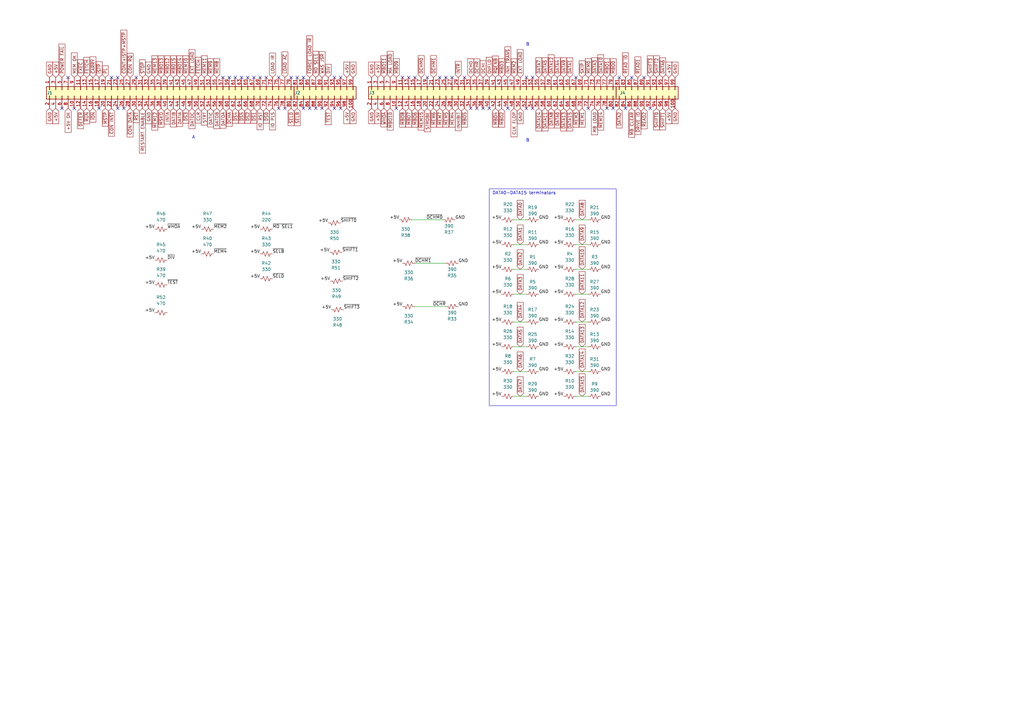
<source format=kicad_sch>
(kicad_sch (version 20230121) (generator eeschema)
  (paper "A3")
  (lib_symbols
    (symbol "Connector_Generic:Conn_02x40_Odd_Even" (pin_names (offset 1.016) hide)
      (property "Reference" "J" (at 1.27 50.8 0))
      (property "Value" "Conn_02x40_Odd_Even" (at 1.27 -53.34 0))
      (symbol "Conn_02x40_Odd_Even_1_1"
        (pin passive line (at -5.08 48.26 0) (length 3.81) (name "Pin_1") (number "1"))
        (pin passive line (at 7.62 38.1 180) (length 3.81) (name "Pin_10") (number "10"))
        (pin passive line (at -5.08 35.56 0) (length 3.81) (name "Pin_11") (number "11"))
        (pin passive line (at 7.62 35.56 180) (length 3.81) (name "Pin_12") (number "12"))
        (pin passive line (at -5.08 33.02 0) (length 3.81) (name "Pin_13") (number "13"))
        (pin passive line (at 7.62 33.02 180) (length 3.81) (name "Pin_14") (number "14"))
        (pin passive line (at -5.08 30.48 0) (length 3.81) (name "Pin_15") (number "15"))
        (pin passive line (at 7.62 30.48 180) (length 3.81) (name "Pin_16") (number "16"))
        (pin passive line (at -5.08 27.94 0) (length 3.81) (name "Pin_17") (number "17"))
        (pin passive line (at 7.62 27.94 180) (length 3.81) (name "Pin_18") (number "18"))
        (pin passive line (at -5.08 25.4 0) (length 3.81) (name "Pin_19") (number "19"))
        (pin passive line (at 7.62 48.26 180) (length 3.81) (name "Pin_2") (number "2"))
        (pin passive line (at 7.62 25.4 180) (length 3.81) (name "Pin_20") (number "20"))
        (pin passive line (at -5.08 22.86 0) (length 3.81) (name "Pin_21") (number "21"))
        (pin passive line (at 7.62 22.86 180) (length 3.81) (name "Pin_22") (number "22"))
        (pin passive line (at -5.08 20.32 0) (length 3.81) (name "Pin_23") (number "23"))
        (pin passive line (at 7.62 20.32 180) (length 3.81) (name "Pin_24") (number "24"))
        (pin passive line (at -5.08 17.78 0) (length 3.81) (name "Pin_25") (number "25"))
        (pin passive line (at 7.62 17.78 180) (length 3.81) (name "Pin_26") (number "26"))
        (pin passive line (at -5.08 15.24 0) (length 3.81) (name "Pin_27") (number "27"))
        (pin passive line (at 7.62 15.24 180) (length 3.81) (name "Pin_28") (number "28"))
        (pin passive line (at -5.08 12.7 0) (length 3.81) (name "Pin_29") (number "29"))
        (pin passive line (at -5.08 45.72 0) (length 3.81) (name "Pin_3") (number "3"))
        (pin passive line (at 7.62 12.7 180) (length 3.81) (name "Pin_30") (number "30"))
        (pin passive line (at -5.08 10.16 0) (length 3.81) (name "Pin_31") (number "31"))
        (pin passive line (at 7.62 10.16 180) (length 3.81) (name "Pin_32") (number "32"))
        (pin passive line (at -5.08 7.62 0) (length 3.81) (name "Pin_33") (number "33"))
        (pin passive line (at 7.62 7.62 180) (length 3.81) (name "Pin_34") (number "34"))
        (pin passive line (at -5.08 5.08 0) (length 3.81) (name "Pin_35") (number "35"))
        (pin passive line (at 7.62 5.08 180) (length 3.81) (name "Pin_36") (number "36"))
        (pin passive line (at -5.08 2.54 0) (length 3.81) (name "Pin_37") (number "37"))
        (pin passive line (at 7.62 2.54 180) (length 3.81) (name "Pin_38") (number "38"))
        (pin passive line (at -5.08 0 0) (length 3.81) (name "Pin_39") (number "39"))
        (pin passive line (at 7.62 45.72 180) (length 3.81) (name "Pin_4") (number "4"))
        (pin passive line (at 7.62 0 180) (length 3.81) (name "Pin_40") (number "40"))
        (pin passive line (at -5.08 -2.54 0) (length 3.81) (name "Pin_41") (number "41"))
        (pin passive line (at 7.62 -2.54 180) (length 3.81) (name "Pin_42") (number "42"))
        (pin passive line (at -5.08 -5.08 0) (length 3.81) (name "Pin_43") (number "43"))
        (pin passive line (at 7.62 -5.08 180) (length 3.81) (name "Pin_44") (number "44"))
        (pin passive line (at -5.08 -7.62 0) (length 3.81) (name "Pin_45") (number "45"))
        (pin passive line (at 7.62 -7.62 180) (length 3.81) (name "Pin_46") (number "46"))
        (pin passive line (at -5.08 -10.16 0) (length 3.81) (name "Pin_47") (number "47"))
        (pin passive line (at 7.62 -10.16 180) (length 3.81) (name "Pin_48") (number "48"))
        (pin passive line (at -5.08 -12.7 0) (length 3.81) (name "Pin_49") (number "49"))
        (pin passive line (at -5.08 43.18 0) (length 3.81) (name "Pin_5") (number "5"))
        (pin passive line (at 7.62 -12.7 180) (length 3.81) (name "Pin_50") (number "50"))
        (pin passive line (at -5.08 -15.24 0) (length 3.81) (name "Pin_51") (number "51"))
        (pin passive line (at 7.62 -15.24 180) (length 3.81) (name "Pin_52") (number "52"))
        (pin passive line (at -5.08 -17.78 0) (length 3.81) (name "Pin_53") (number "53"))
        (pin passive line (at 7.62 -17.78 180) (length 3.81) (name "Pin_54") (number "54"))
        (pin passive line (at -5.08 -20.32 0) (length 3.81) (name "Pin_55") (number "55"))
        (pin passive line (at 7.62 -20.32 180) (length 3.81) (name "Pin_56") (number "56"))
        (pin passive line (at -5.08 -22.86 0) (length 3.81) (name "Pin_57") (number "57"))
        (pin passive line (at 7.62 -22.86 180) (length 3.81) (name "Pin_58") (number "58"))
        (pin passive line (at -5.08 -25.4 0) (length 3.81) (name "Pin_59") (number "59"))
        (pin passive line (at 7.62 43.18 180) (length 3.81) (name "Pin_6") (number "6"))
        (pin passive line (at 7.62 -25.4 180) (length 3.81) (name "Pin_60") (number "60"))
        (pin passive line (at -5.08 -27.94 0) (length 3.81) (name "Pin_61") (number "61"))
        (pin passive line (at 7.62 -27.94 180) (length 3.81) (name "Pin_62") (number "62"))
        (pin passive line (at -5.08 -30.48 0) (length 3.81) (name "Pin_63") (number "63"))
        (pin passive line (at 7.62 -30.48 180) (length 3.81) (name "Pin_64") (number "64"))
        (pin passive line (at -5.08 -33.02 0) (length 3.81) (name "Pin_65") (number "65"))
        (pin passive line (at 7.62 -33.02 180) (length 3.81) (name "Pin_66") (number "66"))
        (pin passive line (at -5.08 -35.56 0) (length 3.81) (name "Pin_67") (number "67"))
        (pin passive line (at 7.62 -35.56 180) (length 3.81) (name "Pin_68") (number "68"))
        (pin passive line (at -5.08 -38.1 0) (length 3.81) (name "Pin_69") (number "69"))
        (pin passive line (at -5.08 40.64 0) (length 3.81) (name "Pin_7") (number "7"))
        (pin passive line (at 7.62 -38.1 180) (length 3.81) (name "Pin_70") (number "70"))
        (pin passive line (at -5.08 -40.64 0) (length 3.81) (name "Pin_71") (number "71"))
        (pin passive line (at 7.62 -40.64 180) (length 3.81) (name "Pin_72") (number "72"))
        (pin passive line (at -5.08 -43.18 0) (length 3.81) (name "Pin_73") (number "73"))
        (pin passive line (at 7.62 -43.18 180) (length 3.81) (name "Pin_74") (number "74"))
        (pin passive line (at -5.08 -45.72 0) (length 3.81) (name "Pin_75") (number "75"))
        (pin passive line (at 7.62 -45.72 180) (length 3.81) (name "Pin_76") (number "76"))
        (pin passive line (at -5.08 -48.26 0) (length 3.81) (name "Pin_77") (number "77"))
        (pin passive line (at 7.62 -48.26 180) (length 3.81) (name "Pin_78") (number "78"))
        (pin passive line (at -5.08 -50.8 0) (length 3.81) (name "Pin_79") (number "79"))
        (pin passive line (at 7.62 40.64 180) (length 3.81) (name "Pin_8") (number "8"))
        (pin passive line (at 7.62 -50.8 180) (length 3.81) (name "Pin_80") (number "80"))
        (pin passive line (at -5.08 38.1 0) (length 3.81) (name "Pin_9") (number "9"))
      )
    )
    (symbol "Device:R_Small_US" (pin_numbers hide) (pin_names (offset 0.254) hide)
      (property "Reference" "R" (at 0.762 0.508 0))
      (property "Value" "R_Small_US" (at 0.762 -1.016 0))
      (symbol "R_Small_US_1_1"
        (pin passive line (at 0 2.54 270) (length 1.016) (name "~") (number "1"))
        (pin passive line (at 0 -2.54 90) (length 1.016) (name "~") (number "2"))
      )
    )
    (symbol "ForgottenMachines:DG_Nova_Card-Edge_81-100" (pin_names (offset 1.016) hide)
      (property "Reference" "J" (at 1.27 12.7 0))
      (property "Value" "DG Nova Card-Edge 81-100" (at 0 -21.59 0))
      (symbol "DG_Nova_Card-Edge_81-100_1_1"
        (pin passive line (at -5.08 -12.7 0) (length 3.81) (name "Pin_19") (number "100"))
        (pin passive line (at 7.62 10.16 180) (length 3.81) (name "Pin_2") (number "81"))
        (pin passive line (at -5.08 10.16 0) (length 3.81) (name "Pin_1") (number "82"))
        (pin passive line (at 7.62 7.62 180) (length 3.81) (name "Pin_4") (number "83"))
        (pin passive line (at -5.08 7.62 0) (length 3.81) (name "Pin_3") (number "84"))
        (pin passive line (at 7.62 5.08 180) (length 3.81) (name "Pin_6") (number "85"))
        (pin passive line (at -5.08 5.08 0) (length 3.81) (name "Pin_5") (number "86"))
        (pin passive line (at 7.62 2.54 180) (length 3.81) (name "Pin_8") (number "87"))
        (pin passive line (at -5.08 2.54 0) (length 3.81) (name "Pin_7") (number "88"))
        (pin passive line (at 7.62 0 180) (length 3.81) (name "Pin_10") (number "89"))
        (pin passive line (at -5.08 0 0) (length 3.81) (name "Pin_9") (number "90"))
        (pin passive line (at 7.62 -2.54 180) (length 3.81) (name "Pin_12") (number "91"))
        (pin passive line (at -5.08 -2.54 0) (length 3.81) (name "Pin_11") (number "92"))
        (pin passive line (at 7.62 -5.08 180) (length 3.81) (name "Pin_14") (number "93"))
        (pin passive line (at -5.08 -5.08 0) (length 3.81) (name "Pin_13") (number "94"))
        (pin passive line (at 7.62 -7.62 180) (length 3.81) (name "Pin_16") (number "95"))
        (pin passive line (at -5.08 -7.62 0) (length 3.81) (name "Pin_15") (number "96"))
        (pin passive line (at 7.62 -10.16 180) (length 3.81) (name "Pin_18") (number "97"))
        (pin passive line (at -5.08 -10.16 0) (length 3.81) (name "Pin_17") (number "98"))
        (pin passive line (at 7.62 -12.7 180) (length 3.81) (name "Pin_20") (number "99"))
      )
    )
  )
  (no_connect (at 175.26 31.75))
  (no_connect (at 200.66 44.45))
  (no_connect (at 124.46 31.75))
  (no_connect (at 264.16 31.75))
  (no_connect (at 104.14 31.75))
  (no_connect (at 236.22 31.75))
  (no_connect (at 114.3 31.75))
  (no_connect (at 27.94 31.75))
  (no_connect (at 254 31.75))
  (no_connect (at 193.04 44.45))
  (no_connect (at 139.7 44.45))
  (no_connect (at 259.08 31.75))
  (no_connect (at 195.58 44.45))
  (no_connect (at 198.12 44.45))
  (no_connect (at 218.44 44.45))
  (no_connect (at 137.16 31.75))
  (no_connect (at 266.7 44.45))
  (no_connect (at 127 44.45))
  (no_connect (at 185.42 31.75))
  (no_connect (at 121.92 31.75))
  (no_connect (at 182.88 31.75))
  (no_connect (at 48.26 31.75))
  (no_connect (at 96.52 31.75))
  (no_connect (at 248.92 44.45))
  (no_connect (at 55.88 31.75))
  (no_connect (at 170.18 31.75))
  (no_connect (at 190.5 31.75))
  (no_connect (at 109.22 31.75))
  (no_connect (at 99.06 31.75))
  (no_connect (at 162.56 44.45))
  (no_connect (at 101.6 31.75))
  (no_connect (at 215.9 31.75))
  (no_connect (at 137.16 44.45))
  (no_connect (at 129.54 44.45))
  (no_connect (at 124.46 44.45))
  (no_connect (at 25.4 44.45))
  (no_connect (at 40.64 44.45))
  (no_connect (at 93.98 31.75))
  (no_connect (at 215.9 44.45))
  (no_connect (at 114.3 44.45))
  (no_connect (at 30.48 44.45))
  (no_connect (at 165.1 31.75))
  (no_connect (at 256.54 44.45))
  (no_connect (at 91.44 31.75))
  (no_connect (at 106.68 31.75))
  (no_connect (at 208.28 44.45))
  (no_connect (at 45.72 31.75))
  (no_connect (at 50.8 44.45))
  (no_connect (at 139.7 31.75))
  (no_connect (at 241.3 44.45))
  (no_connect (at 119.38 31.75))
  (no_connect (at 251.46 44.45))
  (no_connect (at 132.08 44.45))
  (no_connect (at 48.26 44.45))
  (no_connect (at 167.64 31.75))
  (no_connect (at 116.84 44.45))
  (no_connect (at 180.34 31.75))
  (no_connect (at 218.44 31.75))
  (wire (pts (xy 241.3 162.56) (xy 236.22 162.56)))
  (wire (pts (xy 241.3 100.33) (xy 236.22 100.33)))
  (wire (pts (xy 215.9 142.24) (xy 210.82 142.24)))
  (wire (pts (xy 215.9 152.4) (xy 210.82 152.4)))
  (wire (pts (xy 181.61 90.17) (xy 168.91 90.17)))
  (wire (pts (xy 241.3 142.24) (xy 236.22 142.24)))
  (wire (pts (xy 215.9 162.56) (xy 210.82 162.56)))
  (wire (pts (xy 215.9 90.17) (xy 210.82 90.17)))
  (wire (pts (xy 241.3 152.4) (xy 236.22 152.4)))
  (wire (pts (xy 215.9 110.49) (xy 210.82 110.49)))
  (wire (pts (xy 182.88 125.73) (xy 170.18 125.73)))
  (wire (pts (xy 241.3 132.08) (xy 236.22 132.08)))
  (wire (pts (xy 215.9 132.08) (xy 210.82 132.08)))
  (wire (pts (xy 241.3 90.17) (xy 236.22 90.17)))
  (wire (pts (xy 241.3 120.65) (xy 236.22 120.65)))
  (wire (pts (xy 182.88 107.95) (xy 170.18 107.95)))
  (wire (pts (xy 215.9 100.33) (xy 210.82 100.33)))
  (wire (pts (xy 241.3 110.49) (xy 236.22 110.49)))
  (wire (pts (xy 215.9 120.65) (xy 210.82 120.65)))
  (rectangle (start 200.66 77.47) (end 252.73 166.37))
  (text "B" (at 217.17 58.42 0) (effects (font (size 1.27 1.27)) (justify right bottom)))
  (text "DATA0-DATA15 terminators" (at 201.93 80.01 0) (effects (font (size 1.27 1.27)) (justify left bottom)))
  (text "A\n" (at 78.74 57.15 0) (effects (font (size 1.27 1.27)) (justify left bottom)))
  (text "B" (at 217.17 19.05 0) (effects (font (size 1.27 1.27)) (justify right bottom)))
  (label "+5V" (at 63.5 106.68 180))
  (label "+5V" (at 63.5 116.84 180))
  (label "~{WHOA}" (at 68.58 93.98 0))
  (label "GND" (at 220.98 152.4 0))
  (label "+5V" (at 135.255 103.505 180))
  (label "GND" (at 220.98 110.49 0))
  (label "~{SHIFT0}" (at 139.7 91.44 0))
  (label "GND" (at 187.96 125.73 0))
  (label "+5V" (at 135.4738 115.2805 180))
  (label "GND" (at 246.38 132.08 0))
  (label "+5V" (at 165.1 107.95 180))
  (label "~{SHIFT2}" (at 140.5538 115.2805 0))
  (label "+5V" (at 134.62 91.44 180))
  (label "+5V" (at 82.55 104.14 180))
  (label "+5V" (at 231.14 90.17 180))
  (label "+5V" (at 82.55 93.98 180))
  (label "GND" (at 220.98 142.24 0))
  (label "~{SELB}" (at 111.76 104.14 0))
  (label "~{SHIFT1}" (at 140.335 103.505 0))
  (label "+5V" (at 231.14 110.49 180))
  (label "~{MD SEL1}" (at 111.76 93.98 0))
  (label "+5V" (at 205.74 120.65 180))
  (label "~{MEM4}" (at 87.63 104.14 0))
  (label "GND" (at 220.98 120.65 0))
  (label "~{TEST}" (at 68.58 116.84 0))
  (label "GND" (at 187.96 107.95 0))
  (label "+5V" (at 205.74 90.17 180))
  (label "~{DCHM1}" (at 170.18 107.95 0))
  (label "GND" (at 246.38 162.56 0))
  (label "GND" (at 220.98 162.56 0))
  (label "GND" (at 246.38 90.17 0))
  (label "+5V" (at 163.83 90.17 180))
  (label "GND" (at 246.38 142.24 0))
  (label "+5V" (at 205.74 162.56 180))
  (label "+5V" (at 205.74 100.33 180))
  (label "~{DCHR}" (at 182.88 125.73 180))
  (label "GND" (at 246.38 100.33 0))
  (label "~{MEM2}" (at 87.63 93.98 0))
  (label "GND" (at 220.98 90.17 0))
  (label "+5V" (at 205.74 152.4 180))
  (label "+5V" (at 231.14 152.4 180))
  (label "+5V" (at 106.68 114.3 180))
  (label "GND" (at 220.98 100.33 0))
  (label "+5V" (at 135.89 127 180))
  (label "GND" (at 246.38 110.49 0))
  (label "+5V" (at 231.14 100.33 180))
  (label "+5V" (at 231.14 120.65 180))
  (label "+5V" (at 231.14 132.08 180))
  (label "+5V" (at 205.74 142.24 180))
  (label "GND" (at 220.98 132.08 0))
  (label "GND" (at 246.38 152.4 0))
  (label "+5V" (at 106.68 93.98 180))
  (label "~{SELD}" (at 111.76 114.3 0))
  (label "GND" (at 246.38 120.65 0))
  (label "~{DCHM0}" (at 181.61 90.17 180))
  (label "+5V" (at 165.1 125.73 180))
  (label "+5V" (at 63.5 128.27 180))
  (label "+5V" (at 205.74 110.49 180))
  (label "+5V" (at 63.5 93.98 180))
  (label "~{SHIFT3}" (at 140.97 127 0))
  (label "+5V" (at 231.14 142.24 180))
  (label "+5V" (at 205.74 132.08 180))
  (label "+5V" (at 106.68 104.14 180))
  (label "GND" (at 186.69 90.17 0))
  (label "+5V" (at 231.14 162.56 180))
  (label "~{DIV}" (at 68.58 106.68 0))
  (global_label "DATIC" (shape input) (at 86.36 44.45 270) (property "Intersheetrefs" "${INTERSHEET_REFS}" (effects hide)))
  (global_label "~{DATA0}" (shape input) (at 213.36 90.17 90) (property "Intersheetrefs" "${INTERSHEET_REFS}" (effects hide)))
  (global_label "~{DATA15}" (shape input) (at 238.76 162.56 90) (property "Intersheetrefs" "${INTERSHEET_REFS}" (effects hide)))
  (global_label "~{DATA10}" (shape input) (at 238.76 110.49 90) (property "Intersheetrefs" "${INTERSHEET_REFS}" (effects hide)))
  (global_label "DCHO" (shape input) (at 193.04 31.75 90) (property "Intersheetrefs" "${INTERSHEET_REFS}" (effects hide)))
  (global_label "~{SKIP}" (shape input) (at 238.76 31.75 90) (property "Intersheetrefs" "${INTERSHEET_REFS}" (effects hide)))
  (global_label "~{MBO8}" (shape input) (at 165.1 44.45 270) (property "Intersheetrefs" "${INTERSHEET_REFS}" (effects hide)))
  (global_label "IO PLS" (shape input) (at 111.76 44.45 270) (property "Intersheetrefs" "${INTERSHEET_REFS}" (effects hide)))
  (global_label "~{CARRY}" (shape input) (at 38.1 31.75 90) (property "Intersheetrefs" "${INTERSHEET_REFS}" (effects hide)))
  (global_label "+5V" (shape input) (at 274.32 44.45 270) (property "Intersheetrefs" "${INTERSHEET_REFS}" (effects hide)))
  (global_label "~{SHIFT1}" (shape input) (at 271.78 44.45 270) (property "Intersheetrefs" "${INTERSHEET_REFS}" (effects hide)))
  (global_label "~{DATA7}" (shape input) (at 213.36 162.56 90) (property "Intersheetrefs" "${INTERSHEET_REFS}" (effects hide)))
  (global_label "~{DATA10}" (shape input) (at 246.38 31.75 90) (property "Intersheetrefs" "${INTERSHEET_REFS}" (effects hide)))
  (global_label "~{MA LOAD}" (shape input) (at 160.02 31.75 90) (property "Intersheetrefs" "${INTERSHEET_REFS}" (effects hide)))
  (global_label "~{DATA11}" (shape input) (at 238.76 120.65 90) (property "Intersheetrefs" "${INTERSHEET_REFS}" (effects hide)))
  (global_label "~{DS5}" (shape input) (at 99.06 44.45 270) (property "Intersheetrefs" "${INTERSHEET_REFS}" (effects hide)))
  (global_label "~{DATA13}" (shape input) (at 231.14 44.45 270) (property "Intersheetrefs" "${INTERSHEET_REFS}" (effects hide)))
  (global_label "~{DATA2}" (shape input) (at 254 44.45 270) (property "Intersheetrefs" "${INTERSHEET_REFS}" (effects hide)))
  (global_label "DATIA" (shape input) (at 73.66 44.45 270) (property "Intersheetrefs" "${INTERSHEET_REFS}" (effects hide)))
  (global_label "~{DATA6}" (shape input) (at 213.36 152.4 90) (property "Intersheetrefs" "${INTERSHEET_REFS}" (effects hide)))
  (global_label "+5V" (shape input) (at 142.24 31.75 90) (property "Intersheetrefs" "${INTERSHEET_REFS}" (effects hide)))
  (global_label "~{MBO9}" (shape input) (at 162.56 31.75 90) (property "Intersheetrefs" "${INTERSHEET_REFS}" (effects hide)))
  (global_label "~{MBO7}" (shape input) (at 167.64 44.45 270) (property "Intersheetrefs" "${INTERSHEET_REFS}" (effects hide)))
  (global_label "~{MBO4}" (shape input) (at 203.2 44.45 270) (property "Intersheetrefs" "${INTERSHEET_REFS}" (effects hide)))
  (global_label "~{MEM8}" (shape input) (at 88.9 31.75 90) (property "Intersheetrefs" "${INTERSHEET_REFS}" (effects hide)))
  (global_label "MB LOAD" (shape input) (at 243.84 44.45 270) (property "Intersheetrefs" "${INTERSHEET_REFS}" (effects hide)))
  (global_label "~{MEM7}" (shape input) (at 180.34 44.45 270) (property "Intersheetrefs" "${INTERSHEET_REFS}" (effects hide)))
  (global_label "~{MEM3}" (shape input) (at 236.22 44.45 270) (property "Intersheetrefs" "${INTERSHEET_REFS}" (effects hide)))
  (global_label "~{DATA2}" (shape input) (at 213.36 110.49 90) (property "Intersheetrefs" "${INTERSHEET_REFS}" (effects hide)))
  (global_label "~{DATA11}" (shape input) (at 223.52 44.45 270) (property "Intersheetrefs" "${INTERSHEET_REFS}" (effects hide)))
  (global_label "GND" (shape input) (at 60.96 44.45 270) (property "Intersheetrefs" "${INTERSHEET_REFS}" (effects hide)))
  (global_label "+5V" (shape input) (at 154.94 44.45 270) (property "Intersheetrefs" "${INTERSHEET_REFS}" (effects hide)))
  (global_label "~{DCHM0}" (shape input) (at 172.72 31.75 90) (property "Intersheetrefs" "${INTERSHEET_REFS}" (effects hide)))
  (global_label "~{MD SEL1}" (shape input) (at 129.54 31.75 90) (property "Intersheetrefs" "${INTERSHEET_REFS}" (effects hide)))
  (global_label "~{INH TRANS}" (shape input) (at 208.28 31.75 90) (property "Intersheetrefs" "${INTERSHEET_REFS}" (effects hide)))
  (global_label "~{DS1}" (shape input) (at 104.14 44.45 270) (property "Intersheetrefs" "${INTERSHEET_REFS}" (effects hide)))
  (global_label "IO RST" (shape input) (at 106.68 44.45 270) (property "Intersheetrefs" "${INTERSHEET_REFS}" (effects hide)))
  (global_label "~{MBO10}" (shape input) (at 160.02 44.45 270) (property "Intersheetrefs" "${INTERSHEET_REFS}" (effects hide)))
  (global_label "~{DATA1}" (shape input) (at 233.68 31.75 90) (property "Intersheetrefs" "${INTERSHEET_REFS}" (effects hide)))
  (global_label "DATIB" (shape input) (at 71.12 44.45 270) (property "Intersheetrefs" "${INTERSHEET_REFS}" (effects hide)))
  (global_label "~{RST}" (shape input) (at 55.88 44.45 270) (property "Intersheetrefs" "${INTERSHEET_REFS}" (effects hide)))
  (global_label "GND" (shape input) (at 144.78 31.75 90) (property "Intersheetrefs" "${INTERSHEET_REFS}" (effects hide)))
  (global_label "~{MSTP}" (shape input) (at 43.18 44.45 270) (property "Intersheetrefs" "${INTERSHEET_REFS}" (effects hide)))
  (global_label "DATOA" (shape input) (at 91.44 44.45 270) (property "Intersheetrefs" "${INTERSHEET_REFS}" (effects hide)))
  (global_label "~{DRIVE IO}" (shape input) (at 261.62 44.45 270) (property "Intersheetrefs" "${INTERSHEET_REFS}" (effects hide)))
  (global_label "~{MBO15}" (shape input) (at 71.12 31.75 90) (property "Intersheetrefs" "${INTERSHEET_REFS}" (effects hide)))
  (global_label "~{ION}" (shape input) (at 38.1 44.45 270) (property "Intersheetrefs" "${INTERSHEET_REFS}" (effects hide)))
  (global_label "~{DATA1}" (shape input) (at 213.36 100.33 90) (property "Intersheetrefs" "${INTERSHEET_REFS}" (effects hide)))
  (global_label "STROBE" (shape input) (at 175.26 44.45 270) (property "Intersheetrefs" "${INTERSHEET_REFS}" (effects hide)))
  (global_label "~{MBO1}" (shape input) (at 248.92 31.75 90) (property "Intersheetrefs" "${INTERSHEET_REFS}" (effects hide)))
  (global_label "~{DEFER}" (shape input) (at 33.02 44.45 270) (property "Intersheetrefs" "${INTERSHEET_REFS}" (effects hide)))
  (global_label "~{STOP}" (shape input) (at 58.42 31.75 90) (property "Intersheetrefs" "${INTERSHEET_REFS}" (effects hide)))
  (global_label "INTA" (shape input) (at 68.58 44.45 270) (property "Intersheetrefs" "${INTERSHEET_REFS}" (effects hide)))
  (global_label "~{SELB}" (shape input) (at 121.92 44.45 270) (property "Intersheetrefs" "${INTERSHEET_REFS}" (effects hide)))
  (global_label "~{MB CLEAR}" (shape input) (at 259.08 44.45 270) (property "Intersheetrefs" "${INTERSHEET_REFS}" (effects hide)))
  (global_label "~{DATA9}" (shape input) (at 238.76 100.33 90) (property "Intersheetrefs" "${INTERSHEET_REFS}" (effects hide)))
  (global_label "~{MBO2}" (shape input) (at 205.74 44.45 270) (property "Intersheetrefs" "${INTERSHEET_REFS}" (effects hide)))
  (global_label "~{DATA7}" (shape input) (at 220.98 31.75 90) (property "Intersheetrefs" "${INTERSHEET_REFS}" (effects hide)))
  (global_label "~{DIV}" (shape input) (at 134.62 31.75 90) (property "Intersheetrefs" "${INTERSHEET_REFS}" (effects hide)))
  (global_label "~{SHIFT2}" (shape input) (at 269.24 31.75 90) (property "Intersheetrefs" "${INTERSHEET_REFS}" (effects hide)))
  (global_label "~{DATA5}" (shape input) (at 223.52 31.75 90) (property "Intersheetrefs" "${INTERSHEET_REFS}" (effects hide)))
  (global_label "~{MEM4}" (shape input) (at 185.42 44.45 270) (property "Intersheetrefs" "${INTERSHEET_REFS}" (effects hide)))
  (global_label "DATOB" (shape input) (at 88.9 44.45 270) (property "Intersheetrefs" "${INTERSHEET_REFS}" (effects hide)))
  (global_label "~{DCHM1}" (shape input) (at 177.8 31.75 90) (property "Intersheetrefs" "${INTERSHEET_REFS}" (effects hide)))
  (global_label "~{DCHA}" (shape input) (at 93.98 44.45 270) (property "Intersheetrefs" "${INTERSHEET_REFS}" (effects hide)))
  (global_label "~{DS0}" (shape input) (at 109.22 44.45 270) (property "Intersheetrefs" "${INTERSHEET_REFS}" (effects hide)))
  (global_label "GND" (shape input) (at 20.32 31.75 90) (property "Intersheetrefs" "${INTERSHEET_REFS}" (effects hide)))
  (global_label "~{TEST}" (shape input) (at 134.62 44.45 270) (property "Intersheetrefs" "${INTERSHEET_REFS}" (effects hide)))
  (global_label "~{MBO11}" (shape input) (at 157.48 31.75 90) (property "Intersheetrefs" "${INTERSHEET_REFS}" (effects hide)))
  (global_label "~{MEM10}" (shape input) (at 76.2 31.75 90) (property "Intersheetrefs" "${INTERSHEET_REFS}" (effects hide)))
  (global_label "~{INTR}" (shape input) (at 187.96 31.75 90) (property "Intersheetrefs" "${INTERSHEET_REFS}" (effects hide)))
  (global_label "~{DS2}" (shape input) (at 101.6 44.45 270) (property "Intersheetrefs" "${INTERSHEET_REFS}" (effects hide)))
  (global_label "~{MBO5}" (shape input) (at 190.5 44.45 270) (property "Intersheetrefs" "${INTERSHEET_REFS}" (effects hide)))
  (global_label "~{ISTP}" (shape input) (at 40.64 31.75 90) (property "Intersheetrefs" "${INTERSHEET_REFS}" (effects hide)))
  (global_label "~{MEM11}" (shape input) (at 83.82 31.75 90) (property "Intersheetrefs" "${INTERSHEET_REFS}" (effects hide)))
  (global_label "CLR" (shape input) (at 81.28 44.45 270) (property "Intersheetrefs" "${INTERSHEET_REFS}" (effects hide)))
  (global_label "~{RQENB}" (shape input) (at 203.2 31.75 90) (property "Intersheetrefs" "${INTERSHEET_REFS}" (effects hide)))
  (global_label "LOAD IR" (shape input) (at 111.76 31.75 90) (property "Intersheetrefs" "${INTERSHEET_REFS}" (effects hide)))
  (global_label "RESTART ENABLE" (shape input) (at 58.42 44.45 270) (property "Intersheetrefs" "${INTERSHEET_REFS}" (effects hide)))
  (global_label "~{MEM12}" (shape input) (at 63.5 44.45 270) (property "Intersheetrefs" "${INTERSHEET_REFS}" (effects hide)))
  (global_label "~{MBO0}" (shape input) (at 251.46 31.75 90) (property "Intersheetrefs" "${INTERSHEET_REFS}" (effects hide)))
  (global_label "~{DATA4}" (shape input) (at 213.36 132.08 90) (property "Intersheetrefs" "${INTERSHEET_REFS}" (effects hide)))
  (global_label "~{READ1}" (shape input) (at 261.62 31.75 90) (property "Intersheetrefs" "${INTERSHEET_REFS}" (effects hide)))
  (global_label "~{DATA8}" (shape input) (at 226.06 44.45 270) (property "Intersheetrefs" "${INTERSHEET_REFS}" (effects hide)))
  (global_label "GND" (shape input) (at 60.96 31.75 90) (property "Intersheetrefs" "${INTERSHEET_REFS}" (effects hide)))
  (global_label "~{DATA13}" (shape input) (at 238.76 142.24 90) (property "Intersheetrefs" "${INTERSHEET_REFS}" (effects hide)))
  (global_label "OVFLO" (shape input) (at 200.66 31.75 90) (property "Intersheetrefs" "${INTERSHEET_REFS}" (effects hide)))
  (global_label "~{SHIFT3}" (shape input) (at 266.7 31.75 90) (property "Intersheetrefs" "${INTERSHEET_REFS}" (effects hide)))
  (global_label "~{DATA12}" (shape input) (at 238.76 132.08 90) (property "Intersheetrefs" "${INTERSHEET_REFS}" (effects hide)))
  (global_label "~{DATA3}" (shape input) (at 213.36 120.65 90) (property "Intersheetrefs" "${INTERSHEET_REFS}" (effects hide)))
  (global_label "GND" (shape input) (at 213.36 44.45 270) (property "Intersheetrefs" "${INTERSHEET_REFS}" (effects hide)))
  (global_label "~{LOAD AC}" (shape input) (at 116.84 31.75 90) (property "Intersheetrefs" "${INTERSHEET_REFS}" (effects hide)))
  (global_label "~{EXT LOAD}" (shape input) (at 213.36 31.75 90) (property "Intersheetrefs" "${INTERSHEET_REFS}" (effects hide)))
  (global_label "~{MEM2}" (shape input) (at 210.82 31.75 90) (property "Intersheetrefs" "${INTERSHEET_REFS}" (effects hide)))
  (global_label "DATOC" (shape input) (at 78.74 44.45 270) (property "Intersheetrefs" "${INTERSHEET_REFS}" (effects hide)))
  (global_label "~{MEM14}" (shape input) (at 246.38 44.45 270) (property "Intersheetrefs" "${INTERSHEET_REFS}" (effects hide)))
  (global_label "~{POWER FAIL}" (shape input) (at 25.4 31.75 90) (property "Intersheetrefs" "${INTERSHEET_REFS}" (effects hide)))
  (global_label "~{DATA14}" (shape input) (at 238.76 152.4 90) (property "Intersheetrefs" "${INTERSHEET_REFS}" (effects hide)))
  (global_label "+5V" (shape input) (at 22.86 31.75 90) (property "Intersheetrefs" "${INTERSHEET_REFS}" (effects hide)))
  (global_label "GND" (shape input) (at 152.4 44.45 270) (property "Intersheetrefs" "${INTERSHEET_REFS}" (effects hide)))
  (global_label "+5V" (shape input) (at 274.32 31.75 90) (property "Intersheetrefs" "${INTERSHEET_REFS}" (effects hide)))
  (global_label "~{DATA4}" (shape input) (at 228.6 31.75 90) (property "Intersheetrefs" "${INTERSHEET_REFS}" (effects hide)))
  (global_label "~{DATA5}" (shape input) (at 213.36 142.24 90) (property "Intersheetrefs" "${INTERSHEET_REFS}" (effects hide)))
  (global_label "~{CON DATA}" (shape input) (at 53.34 44.45 270) (property "Intersheetrefs" "${INTERSHEET_REFS}" (effects hide)))
  (global_label "~{MEM1}" (shape input) (at 238.76 44.45 270) (property "Intersheetrefs" "${INTERSHEET_REFS}" (effects hide)))
  (global_label "~{WAS JSR}" (shape input) (at 132.08 31.75 90) (property "Intersheetrefs" "${INTERSHEET_REFS}" (effects hide)))
  (global_label "~{DATA9}" (shape input) (at 231.14 31.75 90) (property "Intersheetrefs" "${INTERSHEET_REFS}" (effects hide)))
  (global_label "~{MBO6}" (shape input) (at 170.18 44.45 270) (property "Intersheetrefs" "${INTERSHEET_REFS}" (effects hide)))
  (global_label "~{DATA6}" (shape input) (at 271.78 31.75 90) (property "Intersheetrefs" "${INTERSHEET_REFS}" (effects hide)))
  (global_label "+5V" (shape input) (at 154.94 31.75 90) (property "Intersheetrefs" "${INTERSHEET_REFS}" (effects hide)))
  (global_label "~{MBO3}" (shape input) (at 205.74 31.75 90) (property "Intersheetrefs" "${INTERSHEET_REFS}" (effects hide)))
  (global_label "~{CON INST}" (shape input) (at 45.72 44.45 270) (property "Intersheetrefs" "${INTERSHEET_REFS}" (effects hide)))
  (global_label "~{CONT+ISTP+MSTP}" (shape input) (at 50.8 31.75 90) (property "Intersheetrefs" "${INTERSHEET_REFS}" (effects hide)))
  (global_label "+5V" (shape input) (at 22.86 44.45 270) (property "Intersheetrefs" "${INTERSHEET_REFS}" (effects hide)))
  (global_label "~{MEM5}" (shape input) (at 182.88 44.45 270) (property "Intersheetrefs" "${INTERSHEET_REFS}" (effects hide)))
  (global_label "~{READ IO}" (shape input) (at 256.54 31.75 90) (property "Intersheetrefs" "${INTERSHEET_REFS}" (effects hide)))
  (global_label "~{DATA15}" (shape input) (at 233.68 44.45 270) (property "Intersheetrefs" "${INTERSHEET_REFS}" (effects hide)))
  (global_label "~{DATA8}" (shape input) (at 238.76 90.17 90) (property "Intersheetrefs" "${INTERSHEET_REFS}" (effects hide)))
  (global_label "~{DATA0}" (shape input) (at 228.6 44.45 270) (property "Intersheetrefs" "${INTERSHEET_REFS}" (effects hide)))
  (global_label "STRT" (shape input) (at 83.82 44.45 270) (property "Intersheetrefs" "${INTERSHEET_REFS}" (effects hide)))
  (global_label "+5V OK" (shape input) (at 27.94 44.45 270) (property "Intersheetrefs" "${INTERSHEET_REFS}" (effects hide)))
  (global_label "~{MBO12}" (shape input) (at 68.58 31.75 90) (property "Intersheetrefs" "${INTERSHEET_REFS}" (effects hide)))
  (global_label "~{MEM6}" (shape input) (at 177.8 44.45 270) (property "Intersheetrefs" "${INTERSHEET_REFS}" (effects hide)))
  (global_label "~{MBO14}" (shape input) (at 73.66 31.75 90) (property "Intersheetrefs" "${INTERSHEET_REFS}" (effects hide)))
  (global_label "~{PL}" (shape input) (at 43.18 31.75 90) (property "Intersheetrefs" "${INTERSHEET_REFS}" (effects hide)))
  (global_label "~{WHOA}" (shape input) (at 157.48 44.45 270) (property "Intersheetrefs" "${INTERSHEET_REFS}" (effects hide)))
  (global_label "~{MSKO}" (shape input) (at 66.04 44.45 270) (property "Intersheetrefs" "${INTERSHEET_REFS}" (effects hide)))
  (global_label "~{MEM13}" (shape input) (at 63.5 31.75 90) (property "Intersheetrefs" "${INTERSHEET_REFS}" (effects hide)))
  (global_label "GND" (shape input) (at 144.78 44.45 270) (property "Intersheetrefs" "${INTERSHEET_REFS}" (effects hide)))
  (global_label "GND" (shape input) (at 276.86 31.75 90) (property "Intersheetrefs" "${INTERSHEET_REFS}" (effects hide)))
  (global_label "~{DATA3}" (shape input) (at 243.84 31.75 90) (property "Intersheetrefs" "${INTERSHEET_REFS}" (effects hide)))
  (global_label "~{EXEC}" (shape input) (at 33.02 31.75 90) (property "Intersheetrefs" "${INTERSHEET_REFS}" (effects hide)))
  (global_label "~{DCHR}" (shape input) (at 195.58 31.75 90) (property "Intersheetrefs" "${INTERSHEET_REFS}" (effects hide)))
  (global_label "~{READ2}" (shape input) (at 264.16 44.45 270) (property "Intersheetrefs" "${INTERSHEET_REFS}" (effects hide)))
  (global_label "~{DS4}" (shape input) (at 96.52 44.45 270) (property "Intersheetrefs" "${INTERSHEET_REFS}" (effects hide)))
  (global_label "~{SELD}" (shape input) (at 119.38 44.45 270) (property "Intersheetrefs" "${INTERSHEET_REFS}" (effects hide)))
  (global_label "~{EXT LOAD}" (shape input) (at 78.74 31.75 90) (property "Intersheetrefs" "${INTERSHEET_REFS}" (effects hide)))
  (global_label "~{DATA14}" (shape input) (at 220.98 44.45 270) (property "Intersheetrefs" "${INTERSHEET_REFS}" (effects hide)))
  (global_label "~{DATA12}" (shape input) (at 226.06 31.75 90) (property "Intersheetrefs" "${INTERSHEET_REFS}" (effects hide)))
  (global_label "~{MEM9}" (shape input) (at 86.36 31.75 90) (property "Intersheetrefs" "${INTERSHEET_REFS}" (effects hide)))
  (global_label "INHIBIT" (shape input) (at 187.96 44.45 270) (property "Intersheetrefs" "${INTERSHEET_REFS}" (effects hide)))
  (global_label "DCHI" (shape input) (at 198.12 31.75 90) (property "Intersheetrefs" "${INTERSHEET_REFS}" (effects hide)))
  (global_label "~{FETCH}" (shape input) (at 81.28 31.75 90) (property "Intersheetrefs" "${INTERSHEET_REFS}" (effects hide)))
  (global_label "~{DS3}" (shape input) (at 76.2 44.45 270) (property "Intersheetrefs" "${INTERSHEET_REFS}" (effects hide)))
  (global_label "~{SHIFT0}" (shape input) (at 269.24 44.45 270) (property "Intersheetrefs" "${INTERSHEET_REFS}" (effects hide)))
  (global_label "GND" (shape input) (at 20.32 44.45 270) (property "Intersheetrefs" "${INTERSHEET_REFS}" (effects hide)))
  (global_label "+5V" (shape input) (at 142.24 44.45 270) (property "Intersheetrefs" "${INTERSHEET_REFS}" (effects hide)))
  (global_label "GND" (shape input) (at 276.86 44.45 270) (property "Intersheetrefs" "${INTERSHEET_REFS}" (effects hide)))
  (global_label "~{MEM15}" (shape input) (at 172.72 44.45 270) (property "Intersheetrefs" "${INTERSHEET_REFS}" (effects hide)))
  (global_label "~{MEM0}" (shape input) (at 241.3 31.75 90) (property "Intersheetrefs" "${INTERSHEET_REFS}" (effects hide)))
  (global_label "MEM OK" (shape input) (at 30.48 31.75 90) (property "Intersheetrefs" "${INTERSHEET_REFS}" (effects hide)))
  (global_label "~{FORCE LOAD IR}" (shape input) (at 127 31.75 90) (property "Intersheetrefs" "${INTERSHEET_REFS}" (effects hide)))
  (global_label "CLK FLOP" (shape input) (at 210.82 44.45 270) (property "Intersheetrefs" "${INTERSHEET_REFS}" (effects hide)))
  (global_label "~{FETCH}" (shape input) (at 35.56 31.75 90) (property "Intersheetrefs" "${INTERSHEET_REFS}" (effects hide)))
  (global_label "GND" (shape input) (at 152.4 31.75 90) (property "Intersheetrefs" "${INTERSHEET_REFS}" (effects hide)))
  (global_label "~{CON RQ}" (shape input) (at 53.34 31.75 90) (property "Intersheetrefs" "${INTERSHEET_REFS}" (effects hide)))
  (global_label "~{MBO13}" (shape input) (at 66.04 31.75 90) (property "Intersheetrefs" "${INTERSHEET_REFS}" (effects hide)))
  (global_label "~{RUN}" (shape input) (at 35.56 44.45 270) (property "Intersheetrefs" "${INTERSHEET_REFS}" (effects hide)))
  (symbol (lib_id "Device:R_Small_US") (at 109.22 114.3 270) (unit 1)
    (property "Reference" "R42" (at 109.22 107.95 90))
    (property "Value" "330" (at 109.22 110.49 90))
    (property "Footprint" "Resistor_THT:R_Axial_DIN0207_L6.3mm_D2.5mm_P10.16mm_Horizontal" (effects hide))
  )
  (symbol (lib_id "Device:R_Small_US") (at 208.28 100.33 270) (unit 1)
    (property "Reference" "R12" (at 208.28 93.98 90))
    (property "Value" "330" (at 208.28 96.52 90))
    (property "Footprint" "Resistor_THT:R_Axial_DIN0207_L6.3mm_D2.5mm_P10.16mm_Horizontal" (effects hide))
  )
  (symbol (lib_id "Device:R_Small_US") (at 184.15 90.17 90) (mirror x) (unit 1)
    (property "Reference" "R37" (at 184.15 95.25 90))
    (property "Value" "390" (at 184.15 92.71 90))
    (property "Footprint" "Resistor_THT:R_Axial_DIN0207_L6.3mm_D2.5mm_P10.16mm_Horizontal" (effects hide))
  )
  (symbol (lib_id "Device:R_Small_US") (at 208.28 142.24 270) (unit 1)
    (property "Reference" "R26" (at 208.28 135.89 90))
    (property "Value" "330" (at 208.28 138.43 90))
    (property "Footprint" "Resistor_THT:R_Axial_DIN0207_L6.3mm_D2.5mm_P10.16mm_Horizontal" (effects hide))
  )
  (symbol (lib_id "Device:R_Small_US") (at 66.04 128.27 270) (unit 1)
    (property "Reference" "R52" (at 66.04 121.92 90))
    (property "Value" "470" (at 66.04 124.46 90))
    (property "Footprint" "Resistor_THT:R_Axial_DIN0207_L6.3mm_D2.5mm_P10.16mm_Horizontal" (effects hide))
  )
  (symbol (lib_id "Device:R_Small_US") (at 185.42 107.95 90) (mirror x) (unit 1)
    (property "Reference" "R35" (at 185.42 113.03 90))
    (property "Value" "390" (at 185.42 110.49 90))
    (property "Footprint" "Resistor_THT:R_Axial_DIN0207_L6.3mm_D2.5mm_P10.16mm_Horizontal" (effects hide))
  )
  (symbol (lib_id "Device:R_Small_US") (at 109.22 104.14 270) (unit 1)
    (property "Reference" "R43" (at 109.22 97.79 90))
    (property "Value" "330" (at 109.22 100.33 90))
    (property "Footprint" "Resistor_THT:R_Axial_DIN0207_L6.3mm_D2.5mm_P10.16mm_Horizontal" (effects hide))
  )
  (symbol (lib_id "Device:R_Small_US") (at 137.795 103.505 270) (mirror x) (unit 1)
    (property "Reference" "R51" (at 137.795 109.855 90))
    (property "Value" "330" (at 137.795 107.315 90))
    (property "Footprint" "Resistor_THT:R_Axial_DIN0207_L6.3mm_D2.5mm_P10.16mm_Horizontal" (effects hide))
  )
  (symbol (lib_id "Device:R_Small_US") (at 167.64 107.95 270) (mirror x) (unit 1)
    (property "Reference" "R36" (at 167.64 114.3 90))
    (property "Value" "330" (at 167.64 111.76 90))
    (property "Footprint" "Resistor_THT:R_Axial_DIN0207_L6.3mm_D2.5mm_P10.16mm_Horizontal" (effects hide))
  )
  (symbol (lib_id "ForgottenMachines:DG_Nova_Card-Edge_81-100") (at 132.08 39.37 90) (unit 1)
    (property "Reference" "J2" (at 123.19 38.1 90) (effects (justify left)))
    (property "Value" "DG Nova Card-Edge 81-100" (effects hide))
    (property "Footprint" "Forgotten Machines:Data General Nova Card-Edge 81-100" (effects hide))
  )
  (symbol (lib_id "Connector_Generic:Conn_02x40_Odd_Even") (at 68.58 36.83 90) (mirror x) (unit 1)
    (property "Reference" "J1" (at 21.59 38.1 90) (effects (justify left)))
    (property "Value" "Conn_02x40_Odd_Even" (effects hide))
    (property "Footprint" "Forgotten Machines:Card_Edge_Entrex_Trapezoid 80" (effects hide))
  )
  (symbol (lib_id "Device:R_Small_US") (at 243.84 110.49 90) (unit 1)
    (property "Reference" "R3" (at 243.84 105.41 90))
    (property "Value" "390" (at 243.84 107.95 90))
    (property "Footprint" "Resistor_THT:R_Axial_DIN0207_L6.3mm_D2.5mm_P10.16mm_Horizontal" (effects hide))
  )
  (symbol (lib_id "Device:R_Small_US") (at 218.44 90.17 90) (unit 1)
    (property "Reference" "R19" (at 218.44 85.09 90))
    (property "Value" "390" (at 218.44 87.63 90))
    (property "Footprint" "Resistor_THT:R_Axial_DIN0207_L6.3mm_D2.5mm_P10.16mm_Horizontal" (effects hide))
  )
  (symbol (lib_id "Device:R_Small_US") (at 166.37 90.17 270) (mirror x) (unit 1)
    (property "Reference" "R38" (at 166.37 96.52 90))
    (property "Value" "330" (at 166.37 93.98 90))
    (property "Footprint" "Resistor_THT:R_Axial_DIN0207_L6.3mm_D2.5mm_P10.16mm_Horizontal" (effects hide))
  )
  (symbol (lib_id "Device:R_Small_US") (at 185.42 125.73 90) (mirror x) (unit 1)
    (property "Reference" "R33" (at 185.42 130.81 90))
    (property "Value" "390" (at 185.42 128.27 90))
    (property "Footprint" "Resistor_THT:R_Axial_DIN0207_L6.3mm_D2.5mm_P10.16mm_Horizontal" (effects hide))
  )
  (symbol (lib_id "Device:R_Small_US") (at 138.0138 115.2805 270) (mirror x) (unit 1)
    (property "Reference" "R49" (at 138.0138 121.6305 90))
    (property "Value" "330" (at 138.0138 119.0905 90))
    (property "Footprint" "Resistor_THT:R_Axial_DIN0207_L6.3mm_D2.5mm_P10.16mm_Horizontal" (effects hide))
  )
  (symbol (lib_id "Device:R_Small_US") (at 109.22 93.98 270) (unit 1)
    (property "Reference" "R44" (at 109.22 87.63 90))
    (property "Value" "220" (at 109.22 90.17 90))
    (property "Footprint" "Resistor_THT:R_Axial_DIN0207_L6.3mm_D2.5mm_P10.16mm_Horizontal" (effects hide))
  )
  (symbol (lib_id "Device:R_Small_US") (at 218.44 142.24 90) (unit 1)
    (property "Reference" "R25" (at 218.44 137.16 90))
    (property "Value" "390" (at 218.44 139.7 90))
    (property "Footprint" "Resistor_THT:R_Axial_DIN0207_L6.3mm_D2.5mm_P10.16mm_Horizontal" (effects hide))
  )
  (symbol (lib_id "Device:R_Small_US") (at 243.84 142.24 90) (unit 1)
    (property "Reference" "R13" (at 243.84 137.16 90))
    (property "Value" "390" (at 243.84 139.7 90))
    (property "Footprint" "Resistor_THT:R_Axial_DIN0207_L6.3mm_D2.5mm_P10.16mm_Horizontal" (effects hide))
  )
  (symbol (lib_id "Device:R_Small_US") (at 208.28 120.65 270) (unit 1)
    (property "Reference" "R6" (at 208.28 114.3 90))
    (property "Value" "330" (at 208.28 116.84 90))
    (property "Footprint" "Resistor_THT:R_Axial_DIN0207_L6.3mm_D2.5mm_P10.16mm_Horizontal" (effects hide))
  )
  (symbol (lib_id "Device:R_Small_US") (at 85.09 104.14 270) (unit 1)
    (property "Reference" "R40" (at 85.09 97.79 90))
    (property "Value" "470" (at 85.09 100.33 90))
    (property "Footprint" "Resistor_THT:R_Axial_DIN0207_L6.3mm_D2.5mm_P10.16mm_Horizontal" (effects hide))
  )
  (symbol (lib_id "Device:R_Small_US") (at 137.16 91.44 270) (mirror x) (unit 1)
    (property "Reference" "R50" (at 137.16 97.79 90))
    (property "Value" "330" (at 137.16 95.25 90))
    (property "Footprint" "Resistor_THT:R_Axial_DIN0207_L6.3mm_D2.5mm_P10.16mm_Horizontal" (effects hide))
  )
  (symbol (lib_id "ForgottenMachines:DG_Nova_Card-Edge_81-100") (at 264.16 39.37 90) (unit 1)
    (property "Reference" "J4" (at 256.54 38.1 90) (effects (justify left)))
    (property "Value" "DG Nova Card-Edge 81-100" (effects hide))
    (property "Footprint" "Forgotten Machines:Data General Nova Card-Edge 81-100" (effects hide))
  )
  (symbol (lib_id "Device:R_Small_US") (at 233.68 90.17 270) (unit 1)
    (property "Reference" "R22" (at 233.68 83.82 90))
    (property "Value" "330" (at 233.68 86.36 90))
    (property "Footprint" "Resistor_THT:R_Axial_DIN0207_L6.3mm_D2.5mm_P10.16mm_Horizontal" (effects hide))
  )
  (symbol (lib_id "Device:R_Small_US") (at 66.04 93.98 270) (unit 1)
    (property "Reference" "R46" (at 66.04 87.63 90))
    (property "Value" "470" (at 66.04 90.17 90))
    (property "Footprint" "Resistor_THT:R_Axial_DIN0207_L6.3mm_D2.5mm_P10.16mm_Horizontal" (effects hide))
  )
  (symbol (lib_id "Device:R_Small_US") (at 167.64 125.73 270) (mirror x) (unit 1)
    (property "Reference" "R34" (at 167.64 132.08 90))
    (property "Value" "330" (at 167.64 129.54 90))
    (property "Footprint" "Resistor_THT:R_Axial_DIN0207_L6.3mm_D2.5mm_P10.16mm_Horizontal" (effects hide))
  )
  (symbol (lib_id "Device:R_Small_US") (at 233.68 100.33 270) (unit 1)
    (property "Reference" "R16" (at 233.68 93.98 90))
    (property "Value" "330" (at 233.68 96.52 90))
    (property "Footprint" "Resistor_THT:R_Axial_DIN0207_L6.3mm_D2.5mm_P10.16mm_Horizontal" (effects hide))
  )
  (symbol (lib_id "Device:R_Small_US") (at 243.84 162.56 90) (unit 1)
    (property "Reference" "R9" (at 243.84 157.48 90))
    (property "Value" "390" (at 243.84 160.02 90))
    (property "Footprint" "Resistor_THT:R_Axial_DIN0207_L6.3mm_D2.5mm_P10.16mm_Horizontal" (effects hide))
  )
  (symbol (lib_id "Device:R_Small_US") (at 233.68 110.49 270) (unit 1)
    (property "Reference" "R4" (at 233.68 104.14 90))
    (property "Value" "330" (at 233.68 106.68 90))
    (property "Footprint" "Resistor_THT:R_Axial_DIN0207_L6.3mm_D2.5mm_P10.16mm_Horizontal" (effects hide))
  )
  (symbol (lib_id "Device:R_Small_US") (at 233.68 120.65 270) (unit 1)
    (property "Reference" "R28" (at 233.68 114.3 90))
    (property "Value" "330" (at 233.68 116.84 90))
    (property "Footprint" "Resistor_THT:R_Axial_DIN0207_L6.3mm_D2.5mm_P10.16mm_Horizontal" (effects hide))
  )
  (symbol (lib_id "Device:R_Small_US") (at 66.04 106.68 270) (unit 1)
    (property "Reference" "R45" (at 66.04 100.33 90))
    (property "Value" "470" (at 66.04 102.87 90))
    (property "Footprint" "Resistor_THT:R_Axial_DIN0207_L6.3mm_D2.5mm_P10.16mm_Horizontal" (effects hide))
  )
  (symbol (lib_id "Device:R_Small_US") (at 218.44 110.49 90) (unit 1)
    (property "Reference" "R1" (at 218.44 105.41 90))
    (property "Value" "390" (at 218.44 107.95 90))
    (property "Footprint" "Resistor_THT:R_Axial_DIN0207_L6.3mm_D2.5mm_P10.16mm_Horizontal" (effects hide))
  )
  (symbol (lib_id "Device:R_Small_US") (at 243.84 132.08 90) (unit 1)
    (property "Reference" "R23" (at 243.84 127 90))
    (property "Value" "390" (at 243.84 129.54 90))
    (property "Footprint" "Resistor_THT:R_Axial_DIN0207_L6.3mm_D2.5mm_P10.16mm_Horizontal" (effects hide))
  )
  (symbol (lib_id "Device:R_Small_US") (at 208.28 152.4 270) (unit 1)
    (property "Reference" "R8" (at 208.28 146.05 90))
    (property "Value" "330" (at 208.28 148.59 90))
    (property "Footprint" "Resistor_THT:R_Axial_DIN0207_L6.3mm_D2.5mm_P10.16mm_Horizontal" (effects hide))
  )
  (symbol (lib_id "Device:R_Small_US") (at 208.28 132.08 270) (unit 1)
    (property "Reference" "R18" (at 208.28 125.73 90))
    (property "Value" "330" (at 208.28 128.27 90))
    (property "Footprint" "Resistor_THT:R_Axial_DIN0207_L6.3mm_D2.5mm_P10.16mm_Horizontal" (effects hide))
  )
  (symbol (lib_id "Device:R_Small_US") (at 218.44 100.33 90) (unit 1)
    (property "Reference" "R11" (at 218.44 95.25 90))
    (property "Value" "390" (at 218.44 97.79 90))
    (property "Footprint" "Resistor_THT:R_Axial_DIN0207_L6.3mm_D2.5mm_P10.16mm_Horizontal" (effects hide))
  )
  (symbol (lib_id "Device:R_Small_US") (at 243.84 152.4 90) (unit 1)
    (property "Reference" "R31" (at 243.84 147.32 90))
    (property "Value" "390" (at 243.84 149.86 90))
    (property "Footprint" "Resistor_THT:R_Axial_DIN0207_L6.3mm_D2.5mm_P10.16mm_Horizontal" (effects hide))
  )
  (symbol (lib_id "Device:R_Small_US") (at 208.28 110.49 270) (unit 1)
    (property "Reference" "R2" (at 208.28 104.14 90))
    (property "Value" "330" (at 208.28 106.68 90))
    (property "Footprint" "Resistor_THT:R_Axial_DIN0207_L6.3mm_D2.5mm_P10.16mm_Horizontal" (effects hide))
  )
  (symbol (lib_id "Device:R_Small_US") (at 233.68 162.56 270) (unit 1)
    (property "Reference" "R10" (at 233.68 156.21 90))
    (property "Value" "330" (at 233.68 158.75 90))
    (property "Footprint" "Resistor_THT:R_Axial_DIN0207_L6.3mm_D2.5mm_P10.16mm_Horizontal" (effects hide))
  )
  (symbol (lib_id "Device:R_Small_US") (at 208.28 90.17 270) (unit 1)
    (property "Reference" "R20" (at 208.28 83.82 90))
    (property "Value" "330" (at 208.28 86.36 90))
    (property "Footprint" "Resistor_THT:R_Axial_DIN0207_L6.3mm_D2.5mm_P10.16mm_Horizontal" (effects hide))
  )
  (symbol (lib_id "Device:R_Small_US") (at 233.68 132.08 270) (unit 1)
    (property "Reference" "R24" (at 233.68 125.73 90))
    (property "Value" "330" (at 233.68 128.27 90))
    (property "Footprint" "Resistor_THT:R_Axial_DIN0207_L6.3mm_D2.5mm_P10.16mm_Horizontal" (effects hide))
  )
  (symbol (lib_id "Device:R_Small_US") (at 233.68 152.4 270) (unit 1)
    (property "Reference" "R32" (at 233.68 146.05 90))
    (property "Value" "330" (at 233.68 148.59 90))
    (property "Footprint" "Resistor_THT:R_Axial_DIN0207_L6.3mm_D2.5mm_P10.16mm_Horizontal" (effects hide))
  )
  (symbol (lib_id "Connector_Generic:Conn_02x40_Odd_Even") (at 200.66 36.83 90) (mirror x) (unit 1)
    (property "Reference" "J3" (at 153.67 38.1 90) (effects (justify left)))
    (property "Value" "Conn_02x40_Odd_Even" (effects hide))
    (property "Footprint" "Forgotten Machines:Card_Edge_Entrex_Trapezoid 80" (effects hide))
  )
  (symbol (lib_id "Device:R_Small_US") (at 218.44 162.56 90) (unit 1)
    (property "Reference" "R29" (at 218.44 157.48 90))
    (property "Value" "390" (at 218.44 160.02 90))
    (property "Footprint" "Resistor_THT:R_Axial_DIN0207_L6.3mm_D2.5mm_P10.16mm_Horizontal" (effects hide))
  )
  (symbol (lib_id "Device:R_Small_US") (at 218.44 132.08 90) (unit 1)
    (property "Reference" "R17" (at 218.44 127 90))
    (property "Value" "390" (at 218.44 129.54 90))
    (property "Footprint" "Resistor_THT:R_Axial_DIN0207_L6.3mm_D2.5mm_P10.16mm_Horizontal" (effects hide))
  )
  (symbol (lib_id "Device:R_Small_US") (at 233.68 142.24 270) (unit 1)
    (property "Reference" "R14" (at 233.68 135.89 90))
    (property "Value" "330" (at 233.68 138.43 90))
    (property "Footprint" "Resistor_THT:R_Axial_DIN0207_L6.3mm_D2.5mm_P10.16mm_Horizontal" (effects hide))
  )
  (symbol (lib_id "Device:R_Small_US") (at 243.84 90.17 90) (unit 1)
    (property "Reference" "R21" (at 243.84 85.09 90))
    (property "Value" "390" (at 243.84 87.63 90))
    (property "Footprint" "Resistor_THT:R_Axial_DIN0207_L6.3mm_D2.5mm_P10.16mm_Horizontal" (effects hide))
  )
  (symbol (lib_id "Device:R_Small_US") (at 218.44 120.65 90) (unit 1)
    (property "Reference" "R5" (at 218.44 115.57 90))
    (property "Value" "390" (at 218.44 118.11 90))
    (property "Footprint" "Resistor_THT:R_Axial_DIN0207_L6.3mm_D2.5mm_P10.16mm_Horizontal" (effects hide))
  )
  (symbol (lib_id "Device:R_Small_US") (at 85.09 93.98 270) (unit 1)
    (property "Reference" "R47" (at 85.09 87.63 90))
    (property "Value" "330" (at 85.09 90.17 90))
    (property "Footprint" "Resistor_THT:R_Axial_DIN0207_L6.3mm_D2.5mm_P10.16mm_Horizontal" (effects hide))
  )
  (symbol (lib_id "Device:R_Small_US") (at 218.44 152.4 90) (unit 1)
    (property "Reference" "R7" (at 218.44 147.32 90))
    (property "Value" "390" (at 218.44 149.86 90))
    (property "Footprint" "Resistor_THT:R_Axial_DIN0207_L6.3mm_D2.5mm_P10.16mm_Horizontal" (effects hide))
  )
  (symbol (lib_id "Device:R_Small_US") (at 138.43 127 270) (mirror x) (unit 1)
    (property "Reference" "R48" (at 138.43 133.35 90))
    (property "Value" "330" (at 138.43 130.81 90))
    (property "Footprint" "Resistor_THT:R_Axial_DIN0207_L6.3mm_D2.5mm_P10.16mm_Horizontal" (effects hide))
  )
  (symbol (lib_id "Device:R_Small_US") (at 243.84 100.33 90) (unit 1)
    (property "Reference" "R15" (at 243.84 95.25 90))
    (property "Value" "390" (at 243.84 97.79 90))
    (property "Footprint" "Resistor_THT:R_Axial_DIN0207_L6.3mm_D2.5mm_P10.16mm_Horizontal" (effects hide))
  )
  (symbol (lib_id "Device:R_Small_US") (at 208.28 162.56 270) (unit 1)
    (property "Reference" "R30" (at 208.28 156.21 90))
    (property "Value" "330" (at 208.28 158.75 90))
    (property "Footprint" "Resistor_THT:R_Axial_DIN0207_L6.3mm_D2.5mm_P10.16mm_Horizontal" (effects hide))
  )
  (symbol (lib_id "Device:R_Small_US") (at 243.84 120.65 90) (unit 1)
    (property "Reference" "R27" (at 243.84 115.57 90))
    (property "Value" "390" (at 243.84 118.11 90))
    (property "Footprint" "Resistor_THT:R_Axial_DIN0207_L6.3mm_D2.5mm_P10.16mm_Horizontal" (effects hide))
  )
  (symbol (lib_id "Device:R_Small_US") (at 66.04 116.84 270) (unit 1)
    (property "Reference" "R39" (at 66.04 110.49 90))
    (property "Value" "470" (at 66.04 113.03 90))
    (property "Footprint" "Resistor_THT:R_Axial_DIN0207_L6.3mm_D2.5mm_P10.16mm_Horizontal" (effects hide))
  )
)
</source>
